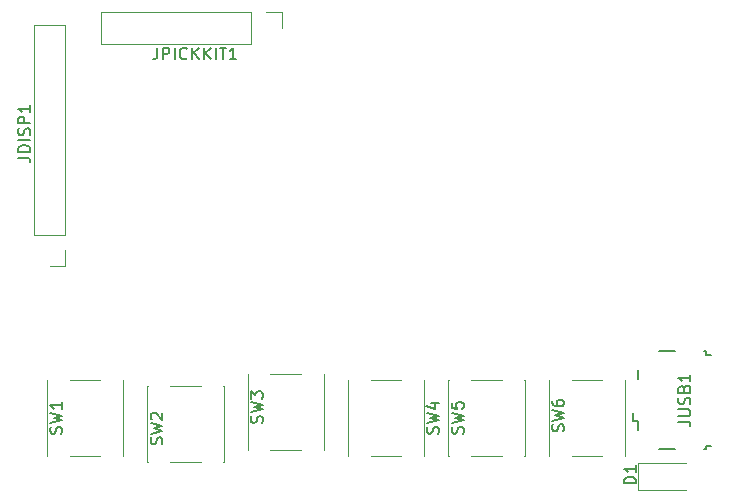
<source format=gbr>
%TF.GenerationSoftware,KiCad,Pcbnew,(6.0.9)*%
%TF.CreationDate,2023-11-17T13:22:31+01:00*%
%TF.ProjectId,datakeyboard,64617461-6b65-4796-926f-6172642e6b69,2*%
%TF.SameCoordinates,Original*%
%TF.FileFunction,Legend,Top*%
%TF.FilePolarity,Positive*%
%FSLAX46Y46*%
G04 Gerber Fmt 4.6, Leading zero omitted, Abs format (unit mm)*
G04 Created by KiCad (PCBNEW (6.0.9)) date 2023-11-17 13:22:31*
%MOMM*%
%LPD*%
G01*
G04 APERTURE LIST*
%ADD10C,0.150000*%
%ADD11C,0.120000*%
G04 APERTURE END LIST*
D10*
%TO.C,SW2*%
X111504761Y-142233333D02*
X111552380Y-142090476D01*
X111552380Y-141852380D01*
X111504761Y-141757142D01*
X111457142Y-141709523D01*
X111361904Y-141661904D01*
X111266666Y-141661904D01*
X111171428Y-141709523D01*
X111123809Y-141757142D01*
X111076190Y-141852380D01*
X111028571Y-142042857D01*
X110980952Y-142138095D01*
X110933333Y-142185714D01*
X110838095Y-142233333D01*
X110742857Y-142233333D01*
X110647619Y-142185714D01*
X110600000Y-142138095D01*
X110552380Y-142042857D01*
X110552380Y-141804761D01*
X110600000Y-141661904D01*
X110552380Y-141328571D02*
X111552380Y-141090476D01*
X110838095Y-140900000D01*
X111552380Y-140709523D01*
X110552380Y-140471428D01*
X110647619Y-140138095D02*
X110600000Y-140090476D01*
X110552380Y-139995238D01*
X110552380Y-139757142D01*
X110600000Y-139661904D01*
X110647619Y-139614285D01*
X110742857Y-139566666D01*
X110838095Y-139566666D01*
X110980952Y-139614285D01*
X111552380Y-140185714D01*
X111552380Y-139566666D01*
%TO.C,SW1*%
X103004761Y-141333333D02*
X103052380Y-141190476D01*
X103052380Y-140952380D01*
X103004761Y-140857142D01*
X102957142Y-140809523D01*
X102861904Y-140761904D01*
X102766666Y-140761904D01*
X102671428Y-140809523D01*
X102623809Y-140857142D01*
X102576190Y-140952380D01*
X102528571Y-141142857D01*
X102480952Y-141238095D01*
X102433333Y-141285714D01*
X102338095Y-141333333D01*
X102242857Y-141333333D01*
X102147619Y-141285714D01*
X102100000Y-141238095D01*
X102052380Y-141142857D01*
X102052380Y-140904761D01*
X102100000Y-140761904D01*
X102052380Y-140428571D02*
X103052380Y-140190476D01*
X102338095Y-140000000D01*
X103052380Y-139809523D01*
X102052380Y-139571428D01*
X103052380Y-138666666D02*
X103052380Y-139238095D01*
X103052380Y-138952380D02*
X102052380Y-138952380D01*
X102195238Y-139047619D01*
X102290476Y-139142857D01*
X102338095Y-139238095D01*
%TO.C,JDISP1*%
X99352380Y-117967619D02*
X100066666Y-117967619D01*
X100209523Y-118015238D01*
X100304761Y-118110476D01*
X100352380Y-118253333D01*
X100352380Y-118348571D01*
X100352380Y-117491428D02*
X99352380Y-117491428D01*
X99352380Y-117253333D01*
X99400000Y-117110476D01*
X99495238Y-117015238D01*
X99590476Y-116967619D01*
X99780952Y-116920000D01*
X99923809Y-116920000D01*
X100114285Y-116967619D01*
X100209523Y-117015238D01*
X100304761Y-117110476D01*
X100352380Y-117253333D01*
X100352380Y-117491428D01*
X100352380Y-116491428D02*
X99352380Y-116491428D01*
X100304761Y-116062857D02*
X100352380Y-115920000D01*
X100352380Y-115681904D01*
X100304761Y-115586666D01*
X100257142Y-115539047D01*
X100161904Y-115491428D01*
X100066666Y-115491428D01*
X99971428Y-115539047D01*
X99923809Y-115586666D01*
X99876190Y-115681904D01*
X99828571Y-115872380D01*
X99780952Y-115967619D01*
X99733333Y-116015238D01*
X99638095Y-116062857D01*
X99542857Y-116062857D01*
X99447619Y-116015238D01*
X99400000Y-115967619D01*
X99352380Y-115872380D01*
X99352380Y-115634285D01*
X99400000Y-115491428D01*
X100352380Y-115062857D02*
X99352380Y-115062857D01*
X99352380Y-114681904D01*
X99400000Y-114586666D01*
X99447619Y-114539047D01*
X99542857Y-114491428D01*
X99685714Y-114491428D01*
X99780952Y-114539047D01*
X99828571Y-114586666D01*
X99876190Y-114681904D01*
X99876190Y-115062857D01*
X100352380Y-113539047D02*
X100352380Y-114110476D01*
X100352380Y-113824761D02*
X99352380Y-113824761D01*
X99495238Y-113920000D01*
X99590476Y-114015238D01*
X99638095Y-114110476D01*
%TO.C,D1*%
X151652380Y-145538095D02*
X150652380Y-145538095D01*
X150652380Y-145300000D01*
X150700000Y-145157142D01*
X150795238Y-145061904D01*
X150890476Y-145014285D01*
X151080952Y-144966666D01*
X151223809Y-144966666D01*
X151414285Y-145014285D01*
X151509523Y-145061904D01*
X151604761Y-145157142D01*
X151652380Y-145300000D01*
X151652380Y-145538095D01*
X151652380Y-144014285D02*
X151652380Y-144585714D01*
X151652380Y-144300000D02*
X150652380Y-144300000D01*
X150795238Y-144395238D01*
X150890476Y-144490476D01*
X150938095Y-144585714D01*
%TO.C,SW5*%
X137004761Y-141333333D02*
X137052380Y-141190476D01*
X137052380Y-140952380D01*
X137004761Y-140857142D01*
X136957142Y-140809523D01*
X136861904Y-140761904D01*
X136766666Y-140761904D01*
X136671428Y-140809523D01*
X136623809Y-140857142D01*
X136576190Y-140952380D01*
X136528571Y-141142857D01*
X136480952Y-141238095D01*
X136433333Y-141285714D01*
X136338095Y-141333333D01*
X136242857Y-141333333D01*
X136147619Y-141285714D01*
X136100000Y-141238095D01*
X136052380Y-141142857D01*
X136052380Y-140904761D01*
X136100000Y-140761904D01*
X136052380Y-140428571D02*
X137052380Y-140190476D01*
X136338095Y-140000000D01*
X137052380Y-139809523D01*
X136052380Y-139571428D01*
X136052380Y-138714285D02*
X136052380Y-139190476D01*
X136528571Y-139238095D01*
X136480952Y-139190476D01*
X136433333Y-139095238D01*
X136433333Y-138857142D01*
X136480952Y-138761904D01*
X136528571Y-138714285D01*
X136623809Y-138666666D01*
X136861904Y-138666666D01*
X136957142Y-138714285D01*
X137004761Y-138761904D01*
X137052380Y-138857142D01*
X137052380Y-139095238D01*
X137004761Y-139190476D01*
X136957142Y-139238095D01*
%TO.C,SW3*%
X120004761Y-140433333D02*
X120052380Y-140290476D01*
X120052380Y-140052380D01*
X120004761Y-139957142D01*
X119957142Y-139909523D01*
X119861904Y-139861904D01*
X119766666Y-139861904D01*
X119671428Y-139909523D01*
X119623809Y-139957142D01*
X119576190Y-140052380D01*
X119528571Y-140242857D01*
X119480952Y-140338095D01*
X119433333Y-140385714D01*
X119338095Y-140433333D01*
X119242857Y-140433333D01*
X119147619Y-140385714D01*
X119100000Y-140338095D01*
X119052380Y-140242857D01*
X119052380Y-140004761D01*
X119100000Y-139861904D01*
X119052380Y-139528571D02*
X120052380Y-139290476D01*
X119338095Y-139100000D01*
X120052380Y-138909523D01*
X119052380Y-138671428D01*
X119052380Y-138385714D02*
X119052380Y-137766666D01*
X119433333Y-138100000D01*
X119433333Y-137957142D01*
X119480952Y-137861904D01*
X119528571Y-137814285D01*
X119623809Y-137766666D01*
X119861904Y-137766666D01*
X119957142Y-137814285D01*
X120004761Y-137861904D01*
X120052380Y-137957142D01*
X120052380Y-138242857D01*
X120004761Y-138338095D01*
X119957142Y-138385714D01*
%TO.C,JUSB1*%
X155252380Y-140333333D02*
X155966666Y-140333333D01*
X156109523Y-140380952D01*
X156204761Y-140476190D01*
X156252380Y-140619047D01*
X156252380Y-140714285D01*
X155252380Y-139857142D02*
X156061904Y-139857142D01*
X156157142Y-139809523D01*
X156204761Y-139761904D01*
X156252380Y-139666666D01*
X156252380Y-139476190D01*
X156204761Y-139380952D01*
X156157142Y-139333333D01*
X156061904Y-139285714D01*
X155252380Y-139285714D01*
X156204761Y-138857142D02*
X156252380Y-138714285D01*
X156252380Y-138476190D01*
X156204761Y-138380952D01*
X156157142Y-138333333D01*
X156061904Y-138285714D01*
X155966666Y-138285714D01*
X155871428Y-138333333D01*
X155823809Y-138380952D01*
X155776190Y-138476190D01*
X155728571Y-138666666D01*
X155680952Y-138761904D01*
X155633333Y-138809523D01*
X155538095Y-138857142D01*
X155442857Y-138857142D01*
X155347619Y-138809523D01*
X155300000Y-138761904D01*
X155252380Y-138666666D01*
X155252380Y-138428571D01*
X155300000Y-138285714D01*
X155728571Y-137523809D02*
X155776190Y-137380952D01*
X155823809Y-137333333D01*
X155919047Y-137285714D01*
X156061904Y-137285714D01*
X156157142Y-137333333D01*
X156204761Y-137380952D01*
X156252380Y-137476190D01*
X156252380Y-137857142D01*
X155252380Y-137857142D01*
X155252380Y-137523809D01*
X155300000Y-137428571D01*
X155347619Y-137380952D01*
X155442857Y-137333333D01*
X155538095Y-137333333D01*
X155633333Y-137380952D01*
X155680952Y-137428571D01*
X155728571Y-137523809D01*
X155728571Y-137857142D01*
X156252380Y-136333333D02*
X156252380Y-136904761D01*
X156252380Y-136619047D02*
X155252380Y-136619047D01*
X155395238Y-136714285D01*
X155490476Y-136809523D01*
X155538095Y-136904761D01*
%TO.C,SW6*%
X145504761Y-141133333D02*
X145552380Y-140990476D01*
X145552380Y-140752380D01*
X145504761Y-140657142D01*
X145457142Y-140609523D01*
X145361904Y-140561904D01*
X145266666Y-140561904D01*
X145171428Y-140609523D01*
X145123809Y-140657142D01*
X145076190Y-140752380D01*
X145028571Y-140942857D01*
X144980952Y-141038095D01*
X144933333Y-141085714D01*
X144838095Y-141133333D01*
X144742857Y-141133333D01*
X144647619Y-141085714D01*
X144600000Y-141038095D01*
X144552380Y-140942857D01*
X144552380Y-140704761D01*
X144600000Y-140561904D01*
X144552380Y-140228571D02*
X145552380Y-139990476D01*
X144838095Y-139800000D01*
X145552380Y-139609523D01*
X144552380Y-139371428D01*
X144552380Y-138561904D02*
X144552380Y-138752380D01*
X144600000Y-138847619D01*
X144647619Y-138895238D01*
X144790476Y-138990476D01*
X144980952Y-139038095D01*
X145361904Y-139038095D01*
X145457142Y-138990476D01*
X145504761Y-138942857D01*
X145552380Y-138847619D01*
X145552380Y-138657142D01*
X145504761Y-138561904D01*
X145457142Y-138514285D01*
X145361904Y-138466666D01*
X145123809Y-138466666D01*
X145028571Y-138514285D01*
X144980952Y-138561904D01*
X144933333Y-138657142D01*
X144933333Y-138847619D01*
X144980952Y-138942857D01*
X145028571Y-138990476D01*
X145123809Y-139038095D01*
%TO.C,JPICKKIT1*%
X111109523Y-108652380D02*
X111109523Y-109366666D01*
X111061904Y-109509523D01*
X110966666Y-109604761D01*
X110823809Y-109652380D01*
X110728571Y-109652380D01*
X111585714Y-109652380D02*
X111585714Y-108652380D01*
X111966666Y-108652380D01*
X112061904Y-108700000D01*
X112109523Y-108747619D01*
X112157142Y-108842857D01*
X112157142Y-108985714D01*
X112109523Y-109080952D01*
X112061904Y-109128571D01*
X111966666Y-109176190D01*
X111585714Y-109176190D01*
X112585714Y-109652380D02*
X112585714Y-108652380D01*
X113633333Y-109557142D02*
X113585714Y-109604761D01*
X113442857Y-109652380D01*
X113347619Y-109652380D01*
X113204761Y-109604761D01*
X113109523Y-109509523D01*
X113061904Y-109414285D01*
X113014285Y-109223809D01*
X113014285Y-109080952D01*
X113061904Y-108890476D01*
X113109523Y-108795238D01*
X113204761Y-108700000D01*
X113347619Y-108652380D01*
X113442857Y-108652380D01*
X113585714Y-108700000D01*
X113633333Y-108747619D01*
X114061904Y-109652380D02*
X114061904Y-108652380D01*
X114633333Y-109652380D02*
X114204761Y-109080952D01*
X114633333Y-108652380D02*
X114061904Y-109223809D01*
X115061904Y-109652380D02*
X115061904Y-108652380D01*
X115633333Y-109652380D02*
X115204761Y-109080952D01*
X115633333Y-108652380D02*
X115061904Y-109223809D01*
X116061904Y-109652380D02*
X116061904Y-108652380D01*
X116395238Y-108652380D02*
X116966666Y-108652380D01*
X116680952Y-109652380D02*
X116680952Y-108652380D01*
X117823809Y-109652380D02*
X117252380Y-109652380D01*
X117538095Y-109652380D02*
X117538095Y-108652380D01*
X117442857Y-108795238D01*
X117347619Y-108890476D01*
X117252380Y-108938095D01*
%TO.C,SW4*%
X134904761Y-141333333D02*
X134952380Y-141190476D01*
X134952380Y-140952380D01*
X134904761Y-140857142D01*
X134857142Y-140809523D01*
X134761904Y-140761904D01*
X134666666Y-140761904D01*
X134571428Y-140809523D01*
X134523809Y-140857142D01*
X134476190Y-140952380D01*
X134428571Y-141142857D01*
X134380952Y-141238095D01*
X134333333Y-141285714D01*
X134238095Y-141333333D01*
X134142857Y-141333333D01*
X134047619Y-141285714D01*
X134000000Y-141238095D01*
X133952380Y-141142857D01*
X133952380Y-140904761D01*
X134000000Y-140761904D01*
X133952380Y-140428571D02*
X134952380Y-140190476D01*
X134238095Y-140000000D01*
X134952380Y-139809523D01*
X133952380Y-139571428D01*
X134285714Y-138761904D02*
X134952380Y-138761904D01*
X133904761Y-139000000D02*
X134619047Y-139238095D01*
X134619047Y-138619047D01*
D11*
%TO.C,SW2*%
X110270000Y-137270000D02*
X110300000Y-137270000D01*
X110300000Y-143730000D02*
X110270000Y-143730000D01*
X116730000Y-137270000D02*
X116700000Y-137270000D01*
X112200000Y-143730000D02*
X114800000Y-143730000D01*
X116730000Y-143730000D02*
X116730000Y-137270000D01*
X112200000Y-137270000D02*
X114800000Y-137270000D01*
X116730000Y-143730000D02*
X116700000Y-143730000D01*
X110270000Y-143730000D02*
X110270000Y-137270000D01*
%TO.C,SW1*%
X108230000Y-143230000D02*
X108200000Y-143230000D01*
X108230000Y-143230000D02*
X108230000Y-136770000D01*
X108230000Y-136770000D02*
X108200000Y-136770000D01*
X103700000Y-143230000D02*
X106300000Y-143230000D01*
X101770000Y-136770000D02*
X101800000Y-136770000D01*
X103700000Y-136770000D02*
X106300000Y-136770000D01*
X101770000Y-143230000D02*
X101770000Y-136770000D01*
X101800000Y-143230000D02*
X101770000Y-143230000D01*
%TO.C,JDISP1*%
X103330000Y-124550000D02*
X103330000Y-106710000D01*
X103330000Y-124550000D02*
X100670000Y-124550000D01*
X103330000Y-127150000D02*
X102000000Y-127150000D01*
X103330000Y-106710000D02*
X100670000Y-106710000D01*
X100670000Y-124550000D02*
X100670000Y-106710000D01*
X103330000Y-125820000D02*
X103330000Y-127150000D01*
%TO.C,D1*%
X151840000Y-143865000D02*
X151840000Y-146135000D01*
X151840000Y-146135000D02*
X155900000Y-146135000D01*
X155900000Y-143865000D02*
X151840000Y-143865000D01*
%TO.C,SW5*%
X135770000Y-136770000D02*
X135800000Y-136770000D01*
X135770000Y-143230000D02*
X135770000Y-136770000D01*
X142230000Y-143230000D02*
X142200000Y-143230000D01*
X137700000Y-136770000D02*
X140300000Y-136770000D01*
X142230000Y-136770000D02*
X142200000Y-136770000D01*
X142230000Y-143230000D02*
X142230000Y-136770000D01*
X135800000Y-143230000D02*
X135770000Y-143230000D01*
X137700000Y-143230000D02*
X140300000Y-143230000D01*
%TO.C,SW3*%
X118800000Y-142730000D02*
X118770000Y-142730000D01*
X120700000Y-142730000D02*
X123300000Y-142730000D01*
X118770000Y-142730000D02*
X118770000Y-136270000D01*
X118770000Y-136270000D02*
X118800000Y-136270000D01*
X120700000Y-136270000D02*
X123300000Y-136270000D01*
X125230000Y-136270000D02*
X125200000Y-136270000D01*
X125230000Y-142730000D02*
X125200000Y-142730000D01*
X125230000Y-142730000D02*
X125230000Y-136270000D01*
D10*
%TO.C,JUSB1*%
X151420000Y-139575000D02*
X151420000Y-140300000D01*
X157995000Y-134650000D02*
X157545000Y-134650000D01*
X151420000Y-140300000D02*
X151845000Y-140300000D01*
X157395000Y-142650000D02*
X157545000Y-142650000D01*
X151845000Y-140300000D02*
X151845000Y-141025000D01*
X157545000Y-134650000D02*
X157545000Y-134350000D01*
X157545000Y-142650000D02*
X157545000Y-142350000D01*
X153595000Y-142650000D02*
X154995000Y-142650000D01*
X154995000Y-134350000D02*
X153595000Y-134350000D01*
X151845000Y-136700000D02*
X151845000Y-135975000D01*
X157545000Y-142350000D02*
X157995000Y-142350000D01*
X157545000Y-134350000D02*
X157395000Y-134350000D01*
D11*
%TO.C,SW6*%
X150730000Y-136770000D02*
X150700000Y-136770000D01*
X146200000Y-143230000D02*
X148800000Y-143230000D01*
X144270000Y-136770000D02*
X144300000Y-136770000D01*
X150730000Y-143230000D02*
X150730000Y-136770000D01*
X144270000Y-143230000D02*
X144270000Y-136770000D01*
X144300000Y-143230000D02*
X144270000Y-143230000D01*
X150730000Y-143230000D02*
X150700000Y-143230000D01*
X146200000Y-136770000D02*
X148800000Y-136770000D01*
%TO.C,JPICKKIT1*%
X120350000Y-105670000D02*
X121680000Y-105670000D01*
X119080000Y-108330000D02*
X106320000Y-108330000D01*
X106320000Y-105670000D02*
X106320000Y-108330000D01*
X121680000Y-105670000D02*
X121680000Y-107000000D01*
X119080000Y-105670000D02*
X106320000Y-105670000D01*
X119080000Y-105670000D02*
X119080000Y-108330000D01*
%TO.C,SW4*%
X133730000Y-143230000D02*
X133700000Y-143230000D01*
X131800000Y-143230000D02*
X129200000Y-143230000D01*
X133700000Y-136770000D02*
X133730000Y-136770000D01*
X133730000Y-136770000D02*
X133730000Y-143230000D01*
X127270000Y-136770000D02*
X127270000Y-143230000D01*
X127270000Y-136770000D02*
X127300000Y-136770000D01*
X131800000Y-136770000D02*
X129200000Y-136770000D01*
X127270000Y-143230000D02*
X127300000Y-143230000D01*
%TD*%
M02*

</source>
